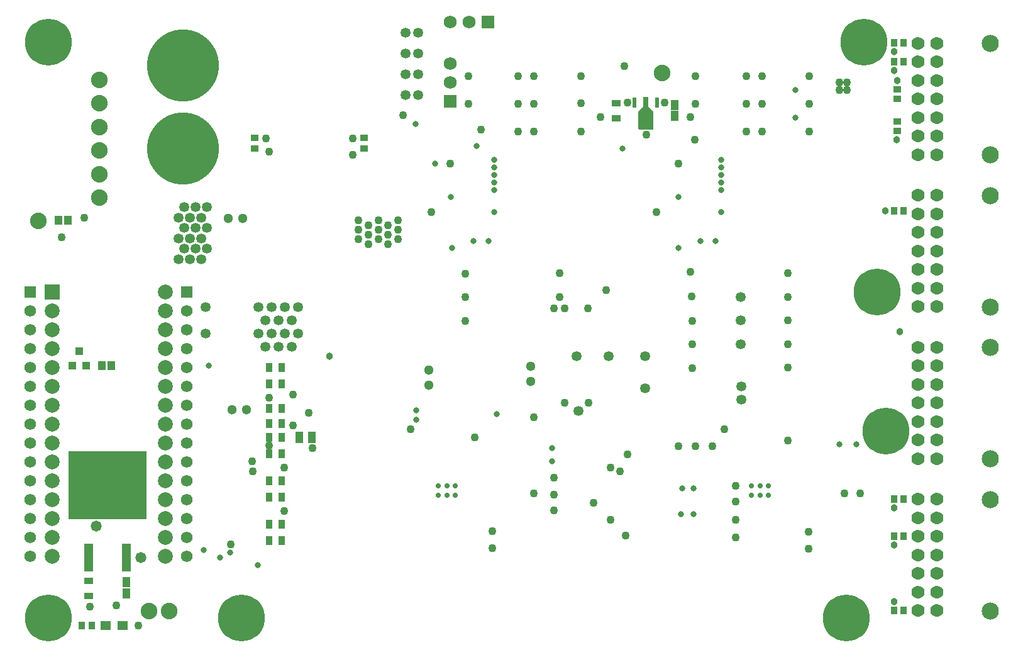
<source format=gbr>
%TF.GenerationSoftware,Altium Limited,Altium Designer,23.6.0 (18)*%
G04 Layer_Color=16711935*
%FSLAX45Y45*%
%MOMM*%
%TF.SameCoordinates,DACBD49B-6CD5-42DE-81B8-5418E1F3F2F4*%
%TF.FilePolarity,Negative*%
%TF.FileFunction,Soldermask,Bot*%
%TF.Part,Single*%
G01*
G75*
%TA.AperFunction,ComponentPad*%
%ADD65C,1.30000*%
%TA.AperFunction,SMDPad,CuDef*%
%ADD105R,1.20620X0.95620*%
%ADD106R,1.01213X1.33108*%
%ADD107R,0.80650X1.30822*%
%ADD109R,0.57000X1.40000*%
%ADD110C,1.80000*%
%ADD122R,1.05320X0.95320*%
%ADD123R,1.10320X0.90320*%
%ADD128R,1.00320X1.15320*%
%ADD138R,0.95320X1.05320*%
%ADD139R,1.45320X1.30320*%
%ADD144R,0.90320X1.10320*%
%TA.AperFunction,ComponentPad*%
%ADD148C,1.75320*%
%ADD149R,1.75320X1.75320*%
%ADD150R,1.75320X1.75320*%
%ADD151C,2.00320*%
%ADD152R,2.00320X2.00320*%
%ADD153C,6.30320*%
%ADD154C,2.30320*%
%ADD155C,1.76320*%
%ADD156R,1.57320X1.57320*%
%ADD157C,1.57320*%
%ADD158C,9.70320*%
%ADD159C,2.23520*%
%TA.AperFunction,TestPad*%
%ADD160C,2.23520*%
%TA.AperFunction,ViaPad*%
%ADD161C,0.96520*%
%ADD162C,1.09220*%
%ADD163C,0.83820*%
%ADD164C,1.34620*%
%ADD165C,1.47320*%
%TA.AperFunction,SMDPad,CuDef*%
%ADD166R,1.05320X1.55320*%
%ADD167R,1.15320X3.70320*%
%ADD168R,10.55320X9.20320*%
%ADD169R,1.00320X1.10320*%
%TA.AperFunction,ViaPad*%
%ADD170C,0.71120*%
G36*
X14939101Y12661600D02*
X15006599Y12594100D01*
X15006599Y12369100D01*
Y12365122D01*
X15003555Y12357771D01*
X14997929Y12352145D01*
X14990578Y12349100D01*
X14822623D01*
X14815271Y12352145D01*
X14809645Y12357771D01*
X14806599Y12365122D01*
Y12369100D01*
Y12594100D01*
X14874100Y12661600D01*
Y12784100D01*
X14939101D01*
Y12661600D01*
D02*
G37*
D65*
X13358000Y8963900D02*
D03*
Y9163900D02*
D03*
X11988000Y8913900D02*
D03*
Y9113900D02*
D03*
X9479900Y11151400D02*
D03*
X9279900D02*
D03*
X9529900Y8581400D02*
D03*
X9329900D02*
D03*
D105*
X7404100Y6072697D02*
D03*
Y6277697D02*
D03*
X14510201Y12707200D02*
D03*
Y12502200D02*
D03*
D106*
X7912100Y6258952D02*
D03*
Y6110848D02*
D03*
X15297600Y12530648D02*
D03*
Y12678752D02*
D03*
D107*
X9835514Y8396926D02*
D03*
X10005686D02*
D03*
X9833614Y8600126D02*
D03*
X10003786D02*
D03*
X9832994Y9144000D02*
D03*
X10003165D02*
D03*
X9832994Y6819900D02*
D03*
X10003165D02*
D03*
X9832994Y7035800D02*
D03*
X10003165D02*
D03*
X9832994Y8928100D02*
D03*
X10003165D02*
D03*
X9832994Y7988300D02*
D03*
X10003165D02*
D03*
X9832994Y8204200D02*
D03*
X10003165D02*
D03*
X9832994Y7620000D02*
D03*
X10003165D02*
D03*
X9832994Y7404100D02*
D03*
X10003165D02*
D03*
D109*
X14756599Y12714100D02*
D03*
X15056599D02*
D03*
D110*
X14906599Y12484100D02*
D03*
D122*
X18288000Y12457700D02*
D03*
Y12332700D02*
D03*
Y12764500D02*
D03*
Y12889500D02*
D03*
D123*
X11112500Y12096598D02*
D03*
Y12236597D02*
D03*
X9639300D02*
D03*
Y12096598D02*
D03*
D128*
X7580400Y9169400D02*
D03*
X7710400D02*
D03*
X7123700Y11125200D02*
D03*
X6998700D02*
D03*
D138*
X18375900Y5877749D02*
D03*
X18250900D02*
D03*
X18377637Y6880509D02*
D03*
X18252637D02*
D03*
X18375900Y7377749D02*
D03*
X18250900D02*
D03*
X18375900Y11252200D02*
D03*
X18250900D02*
D03*
X18375900Y13261848D02*
D03*
X18250900D02*
D03*
X18375900Y13512801D02*
D03*
X18250900D02*
D03*
D139*
X7629500Y5676900D02*
D03*
X7864500D02*
D03*
D144*
X7448700Y5676900D02*
D03*
X7308700D02*
D03*
D148*
X12268200Y13233400D02*
D03*
Y12979401D02*
D03*
Y13792200D02*
D03*
X12522200D02*
D03*
D149*
X12268200Y12725400D02*
D03*
D150*
X12776200Y13792200D02*
D03*
D151*
X8432800Y10160000D02*
D03*
Y9906000D02*
D03*
Y9652000D02*
D03*
Y9398000D02*
D03*
Y9144000D02*
D03*
Y8890000D02*
D03*
Y8636000D02*
D03*
Y8382000D02*
D03*
Y8128000D02*
D03*
Y7874000D02*
D03*
Y7620000D02*
D03*
Y7366000D02*
D03*
Y7112000D02*
D03*
Y6858000D02*
D03*
Y6604000D02*
D03*
X6908800D02*
D03*
Y6858000D02*
D03*
Y7112000D02*
D03*
Y7366000D02*
D03*
Y7620000D02*
D03*
Y7874000D02*
D03*
Y8128000D02*
D03*
Y8382000D02*
D03*
Y8636000D02*
D03*
Y8890000D02*
D03*
Y9144000D02*
D03*
Y9398000D02*
D03*
Y9652000D02*
D03*
Y9906000D02*
D03*
D152*
Y10160000D02*
D03*
D153*
X18135600Y8293100D02*
D03*
X6858000Y13525500D02*
D03*
Y5778500D02*
D03*
X17843500Y13525500D02*
D03*
X17602200Y5778500D02*
D03*
X18021300Y10160000D02*
D03*
X9461500Y5778500D02*
D03*
D154*
X19545300Y7370249D02*
D03*
Y5872749D02*
D03*
Y11459647D02*
D03*
Y9962149D02*
D03*
Y9414949D02*
D03*
Y7917449D02*
D03*
Y13504347D02*
D03*
Y12006849D02*
D03*
D155*
X18822800Y5877749D02*
D03*
Y6127749D02*
D03*
Y6377749D02*
D03*
Y6627749D02*
D03*
Y6877749D02*
D03*
Y7127749D02*
D03*
Y7377749D02*
D03*
X18572800Y5877749D02*
D03*
Y6127749D02*
D03*
Y6377749D02*
D03*
Y6627749D02*
D03*
Y6877749D02*
D03*
Y7127749D02*
D03*
Y7377749D02*
D03*
X18822803Y9967148D02*
D03*
Y10217150D02*
D03*
Y10467147D02*
D03*
Y10717149D02*
D03*
Y10967146D02*
D03*
Y11217148D02*
D03*
Y11467150D02*
D03*
X18572800Y9967148D02*
D03*
Y10217150D02*
D03*
Y10467147D02*
D03*
Y10717149D02*
D03*
Y10967146D02*
D03*
Y11217148D02*
D03*
Y11467150D02*
D03*
X18822800Y7922449D02*
D03*
Y8172449D02*
D03*
Y8422449D02*
D03*
Y8672449D02*
D03*
Y8922449D02*
D03*
Y9172449D02*
D03*
Y9422449D02*
D03*
X18572800Y7922449D02*
D03*
Y8172449D02*
D03*
Y8422449D02*
D03*
Y8672449D02*
D03*
Y8922449D02*
D03*
Y9172449D02*
D03*
Y9422449D02*
D03*
X18822803Y12011848D02*
D03*
Y12261850D02*
D03*
Y12511847D02*
D03*
Y12761849D02*
D03*
Y13011845D02*
D03*
Y13261848D02*
D03*
Y13511850D02*
D03*
X18572800Y12011848D02*
D03*
Y12261850D02*
D03*
Y12511847D02*
D03*
Y12761849D02*
D03*
Y13011845D02*
D03*
Y13261848D02*
D03*
Y13511850D02*
D03*
D156*
X6616700Y10160000D02*
D03*
X8724900D02*
D03*
D157*
X6616700Y9906000D02*
D03*
Y9652000D02*
D03*
Y9398000D02*
D03*
Y9144000D02*
D03*
Y8890000D02*
D03*
Y8636000D02*
D03*
Y8382000D02*
D03*
Y8128000D02*
D03*
Y7874000D02*
D03*
Y7620000D02*
D03*
Y7366000D02*
D03*
Y7112000D02*
D03*
Y6858000D02*
D03*
Y6604000D02*
D03*
X8724900Y9906000D02*
D03*
Y9652000D02*
D03*
Y9398000D02*
D03*
Y9144000D02*
D03*
Y8890000D02*
D03*
Y8636000D02*
D03*
Y8382000D02*
D03*
Y8128000D02*
D03*
Y7874000D02*
D03*
Y7620000D02*
D03*
Y7366000D02*
D03*
Y7112000D02*
D03*
Y6858000D02*
D03*
Y6604000D02*
D03*
D158*
X8674100Y12090400D02*
D03*
Y13208000D02*
D03*
D159*
X6725369Y11120947D02*
D03*
X15125700Y13106400D02*
D03*
X8216900Y5867400D02*
D03*
X8483600D02*
D03*
D160*
X7543800Y12382500D02*
D03*
Y12065000D02*
D03*
Y12700000D02*
D03*
Y11430000D02*
D03*
Y13017500D02*
D03*
Y11747500D02*
D03*
D161*
X18328648Y9626100D02*
D03*
X18287500Y12215852D02*
D03*
X18250400Y7260901D02*
D03*
X10645148Y9295900D02*
D03*
X18134052Y11252700D02*
D03*
X18251401Y5994597D02*
D03*
X18252138Y6763662D02*
D03*
X18288499Y13006348D02*
D03*
X18250400Y13395952D02*
D03*
X18249899Y13144501D02*
D03*
D162*
X9836150Y8096250D02*
D03*
X9613900Y7747000D02*
D03*
X9609159Y7884352D02*
D03*
X10152000Y8786791D02*
D03*
X14617700Y13201649D02*
D03*
X17110193Y13070532D02*
D03*
X17107375Y12698236D02*
D03*
X14554201Y7747000D02*
D03*
X14630400Y6883400D02*
D03*
X14428157Y7100257D02*
D03*
X15563982Y12209263D02*
D03*
X16472375Y12325350D02*
D03*
X14033501D02*
D03*
X13182600D02*
D03*
X14295529Y12515850D02*
D03*
X15502705D02*
D03*
X17107375Y12325350D02*
D03*
X13398500D02*
D03*
X12688534Y12347121D02*
D03*
X16256474Y12325350D02*
D03*
X15571851Y12695696D02*
D03*
X13671220Y7666695D02*
D03*
X13670200Y7223476D02*
D03*
X13672501Y7439376D02*
D03*
X15509798Y10435322D02*
D03*
X15521672Y10105948D02*
D03*
X8075547Y5677540D02*
D03*
X7416800Y5930900D02*
D03*
X7778252Y5945106D02*
D03*
X14130791Y8674049D02*
D03*
X13813290D02*
D03*
X10420350Y8064500D02*
D03*
X12598400Y8204200D02*
D03*
X13398500Y8479790D02*
D03*
X16118631Y6858000D02*
D03*
Y7099300D02*
D03*
Y7340600D02*
D03*
X16116330Y7556500D02*
D03*
X14198599Y7327900D02*
D03*
X17794026Y7457915D02*
D03*
X17578127D02*
D03*
X17094200Y6705600D02*
D03*
Y6934200D02*
D03*
X15806133Y8086100D02*
D03*
X15577531D02*
D03*
X15348932D02*
D03*
X15571851Y13065173D02*
D03*
X16817336Y9145770D02*
D03*
Y9463270D02*
D03*
Y9780770D02*
D03*
Y10098270D02*
D03*
Y10415770D02*
D03*
X15531889Y9143230D02*
D03*
Y9460730D02*
D03*
Y9778230D02*
D03*
X14375790Y10190857D02*
D03*
X13665199Y9943621D02*
D03*
X13810750D02*
D03*
X14128250D02*
D03*
X13743462Y10098270D02*
D03*
Y10415770D02*
D03*
X12473889Y9778230D02*
D03*
Y10095730D02*
D03*
Y10413230D02*
D03*
X12513850Y12696325D02*
D03*
Y13065759D02*
D03*
X14033501Y12700000D02*
D03*
Y13068300D02*
D03*
X14909801Y12280900D02*
D03*
X16814799Y8166100D02*
D03*
X15963901Y8318500D02*
D03*
X11734800D02*
D03*
X14655800Y7975600D02*
D03*
X14427200Y7797800D02*
D03*
X13398500Y7457915D02*
D03*
X12839700Y6718300D02*
D03*
Y6946900D02*
D03*
X17614900Y12979401D02*
D03*
X10363200Y8540750D02*
D03*
X10152000Y8369300D02*
D03*
X14661018Y12714100D02*
D03*
X9318656Y6770378D02*
D03*
X9829800Y8737600D02*
D03*
X10033000Y7213600D02*
D03*
X12017000Y11240538D02*
D03*
X15051674D02*
D03*
X12268200Y11887200D02*
D03*
X15341600D02*
D03*
X15159425Y12714100D02*
D03*
X7663700Y7754100D02*
D03*
X7652500Y7373100D02*
D03*
X7467600Y7569200D02*
D03*
X7848600Y7558000D02*
D03*
X7658100Y7563600D02*
D03*
X16256474Y13067628D02*
D03*
X16472375D02*
D03*
Y12698193D02*
D03*
X16256474D02*
D03*
X11633200Y12541250D02*
D03*
X13182600Y12698865D02*
D03*
X13398500D02*
D03*
Y13068300D02*
D03*
X13182600D02*
D03*
X9831566Y12047716D02*
D03*
X11569700Y10871200D02*
D03*
X11303000D02*
D03*
X11169650Y10807700D02*
D03*
X11036300Y10871200D02*
D03*
X11436350Y10807700D02*
D03*
X10963201Y12007850D02*
D03*
X9791700Y12230100D02*
D03*
X10960100D02*
D03*
X10033000Y7797800D02*
D03*
X7035800Y10896600D02*
D03*
X7340600Y11163300D02*
D03*
X17513300Y12979401D02*
D03*
X17614900Y12877800D02*
D03*
X17513300D02*
D03*
X11436350Y11061700D02*
D03*
Y10934700D02*
D03*
X11569700Y10998200D02*
D03*
Y11125200D02*
D03*
X11169650Y10934700D02*
D03*
Y11061700D02*
D03*
X11036300Y11125200D02*
D03*
Y10998200D02*
D03*
X11303000D02*
D03*
Y11125200D02*
D03*
D163*
X9309100Y6654800D02*
D03*
X16922365Y12512227D02*
D03*
X9170479Y6592207D02*
D03*
X15544800Y7518400D02*
D03*
X15392400D02*
D03*
X15544800Y7175500D02*
D03*
X15379700D02*
D03*
X17741901Y8115300D02*
D03*
X17513300D02*
D03*
X13639799Y7886700D02*
D03*
Y8064499D02*
D03*
X11811000Y8445500D02*
D03*
Y8572500D02*
D03*
X11810398Y12420600D02*
D03*
X12065000Y11887200D02*
D03*
X9017000Y9169400D02*
D03*
X8953500Y6692900D02*
D03*
X9677400Y6489700D02*
D03*
X12901677Y8522957D02*
D03*
X12293600Y10756900D02*
D03*
X15343201Y10754676D02*
D03*
X16922365Y12881705D02*
D03*
X15845799Y10846300D02*
D03*
X15642599D02*
D03*
X15923100Y11239500D02*
D03*
Y11531600D02*
D03*
Y11633200D02*
D03*
Y11734800D02*
D03*
Y11836400D02*
D03*
Y11938000D02*
D03*
X15342368Y11439393D02*
D03*
X12865100Y11239500D02*
D03*
Y11531600D02*
D03*
Y11633200D02*
D03*
Y11734800D02*
D03*
Y11836400D02*
D03*
Y11938000D02*
D03*
X12623800Y12128500D02*
D03*
X14594299Y12092400D02*
D03*
X12584600Y10846300D02*
D03*
X12787800D02*
D03*
X12284367Y11439393D02*
D03*
D164*
X8839200Y11303000D02*
D03*
X8686800D02*
D03*
X8991600D02*
D03*
X14899863Y9296400D02*
D03*
X13995399Y8559800D02*
D03*
X14899863Y8864600D02*
D03*
X10223500Y9956800D02*
D03*
X10134600Y9779000D02*
D03*
X10223500Y9601200D02*
D03*
X10134600Y9423400D02*
D03*
X10045700Y9956800D02*
D03*
X9956800Y9779000D02*
D03*
X10045700Y9601200D02*
D03*
X9956800Y9423400D02*
D03*
X9867900Y9956800D02*
D03*
X9779000Y9779000D02*
D03*
X9867900Y9601200D02*
D03*
X9779000Y9423400D02*
D03*
X9690100Y9956800D02*
D03*
Y9601200D02*
D03*
X8978900Y9956800D02*
D03*
Y9601200D02*
D03*
X16192500Y8890000D02*
D03*
Y8712200D02*
D03*
X16179800Y9779000D02*
D03*
Y9461500D02*
D03*
Y10096500D02*
D03*
X8686800Y10744200D02*
D03*
X8839200D02*
D03*
X8991600D02*
D03*
X8686800Y11023600D02*
D03*
X8839200D02*
D03*
X8991600D02*
D03*
X14401801Y9296400D02*
D03*
X13970000D02*
D03*
X8915400Y10604500D02*
D03*
Y10883900D02*
D03*
Y11163300D02*
D03*
X8763000Y10604500D02*
D03*
Y11163300D02*
D03*
Y10883900D02*
D03*
X8610600Y10604500D02*
D03*
Y11163300D02*
D03*
Y10883900D02*
D03*
X11671300Y12814301D02*
D03*
Y13373100D02*
D03*
Y13093700D02*
D03*
Y13652499D02*
D03*
X11836400Y12814301D02*
D03*
Y13652499D02*
D03*
Y13373100D02*
D03*
Y13093700D02*
D03*
D165*
X7505700Y7010400D02*
D03*
X8102600Y6591300D02*
D03*
D166*
X10242600Y8204200D02*
D03*
X10407600D02*
D03*
D167*
X7912100Y6588600D02*
D03*
X7404100D02*
D03*
D168*
X7658100Y7563600D02*
D03*
D169*
X7372100Y9171000D02*
D03*
X7182100D02*
D03*
X7277100Y9371000D02*
D03*
D170*
X16446500Y7428000D02*
D03*
X16326500D02*
D03*
X16446500Y7558000D02*
D03*
X16556500D02*
D03*
X16556500Y7428000D02*
D03*
X16326500Y7558000D02*
D03*
X12230100Y7428000D02*
D03*
X12110100D02*
D03*
X12230100Y7558000D02*
D03*
X12340100D02*
D03*
X12340100Y7428000D02*
D03*
X12110100Y7558000D02*
D03*
%TF.MD5,b54fdada77ad7ffc91c775076b9875c1*%
M02*

</source>
